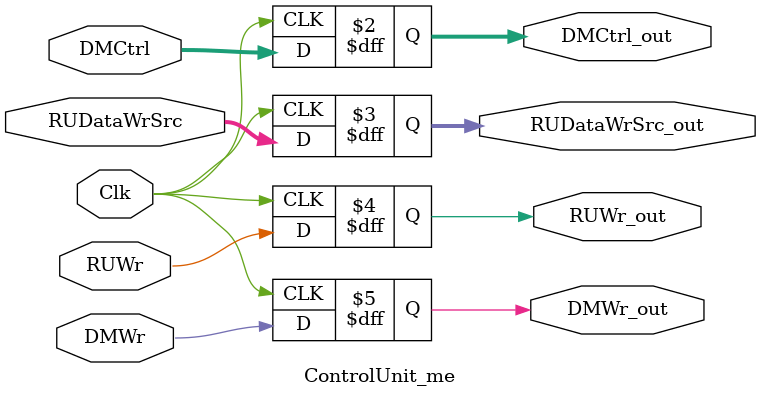
<source format=sv>
module ControlUnit_me(RUWr, DMWr, DMCtrl, RUDataWrSrc, Clk, RUWr_out, DMWr_out, DMCtrl_out, RUDataWrSrc_out);
  input logic [2:0] DMCtrl;
  input logic [1:0] RUDataWrSrc;
  input logic RUWr;
  input logic DMWr;
  input logic Clk;
  output logic [2:0] DMCtrl_out;
  output logic [1:0] RUDataWrSrc_out;
  output logic RUWr_out;
  output logic DMWr_out;
  
  always_ff @ (posedge Clk) begin
    DMCtrl_out <= DMCtrl;
    RUDataWrSrc_out <= RUDataWrSrc;
    RUWr_out <= RUWr;
    DMWr_out <= DMWr;
  end
endmodule
</source>
